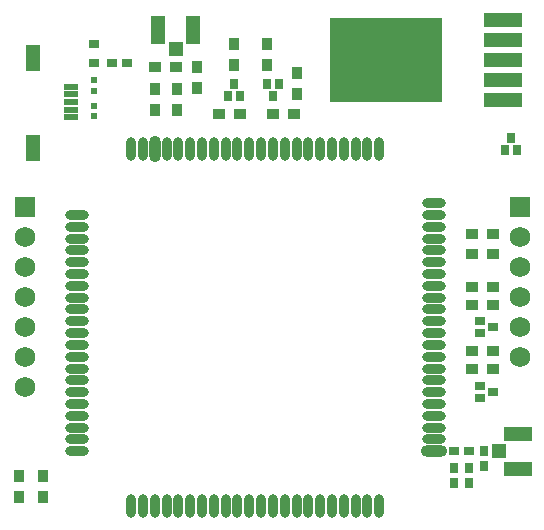
<source format=gts>
%FSLAX25Y25*%
%MOIN*%
G70*
G01*
G75*
G04 Layer_Color=8388736*
%ADD10R,0.02500X0.02000*%
%ADD11R,0.02600X0.01800*%
%ADD12R,0.02756X0.02362*%
%ADD13R,0.01575X0.01181*%
%ADD14R,0.03937X0.01575*%
%ADD15R,0.03937X0.07874*%
%ADD16R,0.01800X0.02600*%
%ADD17R,0.11811X0.04213*%
%ADD18R,0.03000X0.03500*%
%ADD19R,0.03500X0.03000*%
%ADD20R,0.08661X0.04134*%
%ADD21R,0.04331X0.03937*%
%ADD22R,0.03937X0.04331*%
%ADD23R,0.04134X0.08661*%
%ADD24R,0.37008X0.27559*%
%ADD25O,0.08000X0.03100*%
%ADD26O,0.03100X0.08000*%
%ADD27R,0.02000X0.02500*%
%ADD28O,0.07087X0.02362*%
%ADD29O,0.02362X0.07087*%
%ADD30C,0.01500*%
%ADD31C,0.01000*%
%ADD32C,0.02000*%
%ADD33C,0.03000*%
%ADD34C,0.04000*%
%ADD35C,0.03150*%
%ADD36C,0.06000*%
%ADD37R,0.06000X0.06000*%
%ADD38C,0.02500*%
%ADD39C,0.04000*%
%ADD40R,0.04921X0.07874*%
%ADD41R,0.07087X0.12992*%
%ADD42R,0.09449X0.07087*%
%ADD43R,0.09843X0.04724*%
%ADD44R,0.05906X0.06693*%
%ADD45R,0.03150X0.05118*%
%ADD46R,0.01181X0.01575*%
%ADD47R,0.09449X0.10236*%
%ADD48C,0.07000*%
%ADD49C,0.06000*%
%ADD50C,0.00787*%
%ADD51C,0.00500*%
%ADD52C,0.01600*%
%ADD53C,0.00600*%
%ADD54C,0.00800*%
%ADD55R,0.02537X0.00700*%
%ADD56C,0.00100*%
%ADD57C,0.00700*%
%ADD58R,0.01181X0.08412*%
%ADD59R,0.11811X0.01300*%
%ADD60R,0.01870X0.17323*%
%ADD61R,0.13988X0.01000*%
%ADD62R,0.03300X0.02800*%
%ADD63R,0.03400X0.02600*%
%ADD64R,0.03556X0.03162*%
%ADD65R,0.02375X0.01981*%
%ADD66R,0.04737X0.02375*%
%ADD67R,0.04737X0.08674*%
%ADD68R,0.02600X0.03400*%
%ADD69R,0.12611X0.05013*%
%ADD70R,0.03800X0.04300*%
%ADD71R,0.04300X0.03800*%
%ADD72R,0.09461X0.04934*%
%ADD73R,0.05131X0.04737*%
%ADD74R,0.04737X0.05131*%
%ADD75R,0.04934X0.09461*%
%ADD76R,0.37808X0.28359*%
%ADD77O,0.08800X0.03900*%
%ADD78O,0.03900X0.08800*%
%ADD79R,0.02800X0.03300*%
%ADD80O,0.07887X0.03162*%
%ADD81O,0.03162X0.07887*%
%ADD82C,0.06800*%
%ADD83R,0.06800X0.06800*%
D62*
X40000Y154874D02*
D03*
X35000D02*
D03*
X149087Y25500D02*
D03*
X154087D02*
D03*
D63*
X162000Y66787D02*
D03*
X157900Y64787D02*
D03*
Y68787D02*
D03*
X162000Y45300D02*
D03*
X157900Y43300D02*
D03*
Y47300D02*
D03*
D64*
X29173Y161370D02*
D03*
Y154874D02*
D03*
D65*
X28976Y137097D02*
D03*
Y140641D02*
D03*
Y149197D02*
D03*
Y145654D02*
D03*
D66*
X21449Y139338D02*
D03*
Y147015D02*
D03*
Y141897D02*
D03*
Y136779D02*
D03*
Y144456D02*
D03*
D67*
X8850Y156464D02*
D03*
Y126542D02*
D03*
D68*
X166000Y125773D02*
D03*
X170000D02*
D03*
X168000Y129873D02*
D03*
X73890Y143874D02*
D03*
X77890D02*
D03*
X90890Y147874D02*
D03*
X88890Y143774D02*
D03*
X75890Y147974D02*
D03*
X86890Y147874D02*
D03*
D69*
X165370Y149311D02*
D03*
Y142618D02*
D03*
Y162697D02*
D03*
Y156004D02*
D03*
Y169390D02*
D03*
D70*
X63380Y153500D02*
D03*
Y146500D02*
D03*
X56790Y146240D02*
D03*
Y139240D02*
D03*
X49380Y146240D02*
D03*
Y139240D02*
D03*
X4008Y10366D02*
D03*
Y17366D02*
D03*
X12008Y10366D02*
D03*
Y17366D02*
D03*
X86890Y161374D02*
D03*
X75890Y154374D02*
D03*
Y161374D02*
D03*
X96890Y144518D02*
D03*
Y151518D02*
D03*
X86890Y154374D02*
D03*
D71*
X162000Y97800D02*
D03*
X155000D02*
D03*
X162000Y80300D02*
D03*
X155000D02*
D03*
X162000Y52800D02*
D03*
X155000D02*
D03*
X162000Y74300D02*
D03*
X155000D02*
D03*
X56380Y153500D02*
D03*
X49380D02*
D03*
X155000Y91300D02*
D03*
X162000D02*
D03*
X155000Y58800D02*
D03*
X162000D02*
D03*
X88890Y138018D02*
D03*
X95890D02*
D03*
X77870D02*
D03*
X70870D02*
D03*
D72*
X170287Y19693D02*
D03*
Y31307D02*
D03*
D73*
X163988Y25500D02*
D03*
D74*
X56380Y159701D02*
D03*
D75*
X50573Y166000D02*
D03*
X62187D02*
D03*
D76*
X126482Y156043D02*
D03*
D77*
X142287Y25500D02*
D03*
D78*
X49374Y126287D02*
D03*
D79*
X149087Y20000D02*
D03*
Y15000D02*
D03*
X154087Y20000D02*
D03*
Y15000D02*
D03*
X158987Y25500D02*
D03*
Y20500D02*
D03*
D80*
X23390Y104240D02*
D03*
Y100303D02*
D03*
Y92429D02*
D03*
Y96366D02*
D03*
Y80618D02*
D03*
Y76681D02*
D03*
Y84555D02*
D03*
Y88492D02*
D03*
Y56996D02*
D03*
Y53059D02*
D03*
Y45185D02*
D03*
Y49122D02*
D03*
Y64870D02*
D03*
Y60933D02*
D03*
Y68807D02*
D03*
Y72744D02*
D03*
Y25500D02*
D03*
X142287Y108177D02*
D03*
X23390Y33374D02*
D03*
Y29437D02*
D03*
Y37311D02*
D03*
Y41248D02*
D03*
X142287D02*
D03*
Y37311D02*
D03*
Y29437D02*
D03*
Y33374D02*
D03*
Y25500D02*
D03*
Y72744D02*
D03*
Y68807D02*
D03*
Y60933D02*
D03*
Y64870D02*
D03*
Y49122D02*
D03*
Y45185D02*
D03*
Y53059D02*
D03*
Y56996D02*
D03*
Y88492D02*
D03*
Y84555D02*
D03*
Y76681D02*
D03*
Y80618D02*
D03*
Y96366D02*
D03*
Y92429D02*
D03*
Y100303D02*
D03*
Y104240D02*
D03*
D81*
X41500Y126287D02*
D03*
X49374D02*
D03*
X53311D02*
D03*
X61185D02*
D03*
X57248D02*
D03*
X72996D02*
D03*
X76933D02*
D03*
X69059D02*
D03*
X65122D02*
D03*
X96618D02*
D03*
X100555D02*
D03*
X108429D02*
D03*
X104492D02*
D03*
X88744D02*
D03*
X92681D02*
D03*
X84807D02*
D03*
X80870D02*
D03*
X120240D02*
D03*
X124177D02*
D03*
X116303D02*
D03*
X112366D02*
D03*
X45437Y126287D02*
D03*
X41500Y7390D02*
D03*
X49374Y7390D02*
D03*
X116303Y7390D02*
D03*
X120240D02*
D03*
X124177D02*
D03*
X84807D02*
D03*
X88744D02*
D03*
X96618D02*
D03*
X92681D02*
D03*
X108429D02*
D03*
X112366Y7390D02*
D03*
X104492Y7390D02*
D03*
X100555D02*
D03*
X69059D02*
D03*
X72996D02*
D03*
X80870D02*
D03*
X76933D02*
D03*
X61185D02*
D03*
X65122D02*
D03*
X57248D02*
D03*
X53311D02*
D03*
X45437D02*
D03*
D82*
X6000Y67000D02*
D03*
Y57000D02*
D03*
Y47000D02*
D03*
X171000Y87000D02*
D03*
Y67000D02*
D03*
Y57000D02*
D03*
Y77000D02*
D03*
Y97000D02*
D03*
X6000D02*
D03*
Y87000D02*
D03*
Y77000D02*
D03*
D83*
X171000Y107000D02*
D03*
X6000D02*
D03*
M02*

</source>
